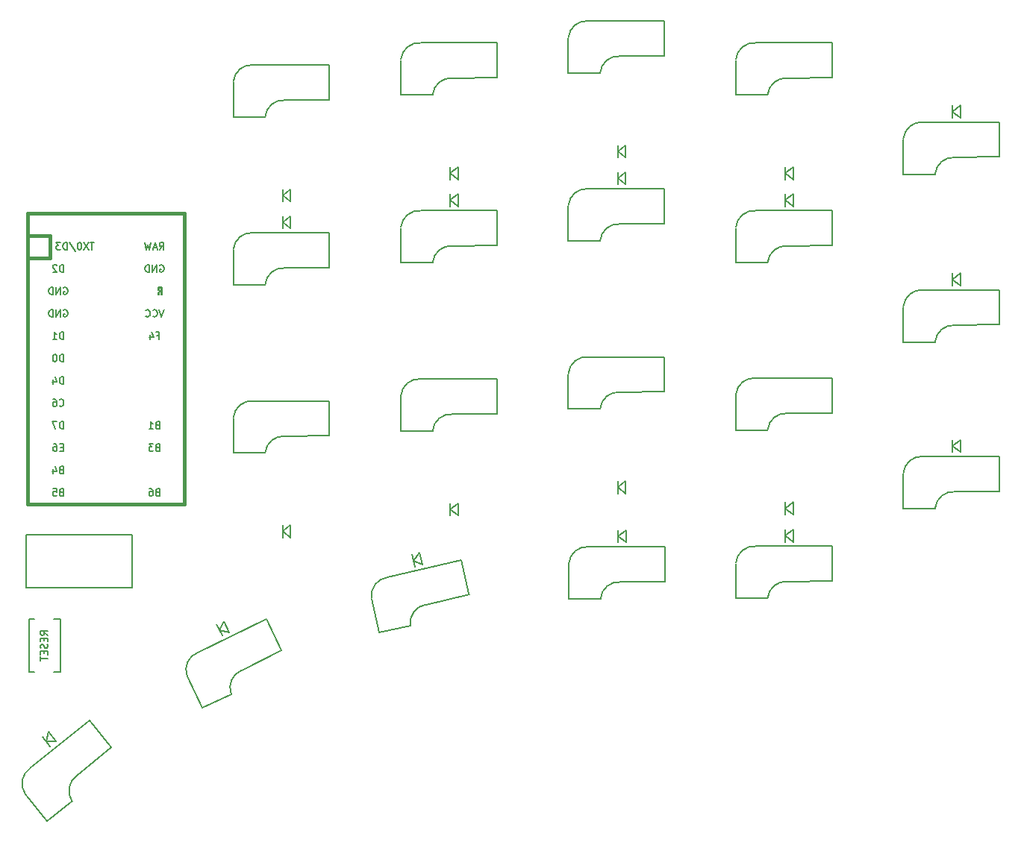
<source format=gbo>
G04 #@! TF.GenerationSoftware,KiCad,Pcbnew,5.1.8*
G04 #@! TF.CreationDate,2020-12-01T13:34:08+01:00*
G04 #@! TF.ProjectId,puggle,70756767-6c65-42e6-9b69-6361645f7063,rev?*
G04 #@! TF.SameCoordinates,Original*
G04 #@! TF.FileFunction,Legend,Bot*
G04 #@! TF.FilePolarity,Positive*
%FSLAX46Y46*%
G04 Gerber Fmt 4.6, Leading zero omitted, Abs format (unit mm)*
G04 Created by KiCad (PCBNEW 5.1.8) date 2020-12-01 13:34:08*
%MOMM*%
%LPD*%
G01*
G04 APERTURE LIST*
%ADD10C,0.150000*%
%ADD11C,0.381000*%
G04 APERTURE END LIST*
D10*
X94764000Y-106093000D02*
X94064000Y-106093000D01*
X91264000Y-106093000D02*
X91864000Y-106093000D01*
X91264000Y-112093000D02*
X91864000Y-112093000D01*
X94764000Y-112093000D02*
X94064000Y-112093000D01*
X91264000Y-112093000D02*
X91264000Y-106093000D01*
X94764000Y-106093000D02*
X94764000Y-112093000D01*
X94764000Y-106093000D02*
X94764000Y-111993000D01*
X90932000Y-102540000D02*
X90932000Y-96540000D01*
X90932000Y-96540000D02*
X102932000Y-96540000D01*
X102932000Y-96540000D02*
X102932000Y-102540000D01*
X102932000Y-102540000D02*
X90932000Y-102540000D01*
D11*
X93650000Y-65087500D02*
X91110000Y-65087500D01*
X93650000Y-62547500D02*
X93650000Y-65087500D01*
D10*
G36*
X106044635Y-68836530D02*
G01*
X106044635Y-68936530D01*
X106144635Y-68936530D01*
X106144635Y-68836530D01*
X106044635Y-68836530D01*
G37*
X106044635Y-68836530D02*
X106044635Y-68936530D01*
X106144635Y-68936530D01*
X106144635Y-68836530D01*
X106044635Y-68836530D01*
G36*
X106244635Y-68436530D02*
G01*
X106244635Y-69236530D01*
X106344635Y-69236530D01*
X106344635Y-68436530D01*
X106244635Y-68436530D01*
G37*
X106244635Y-68436530D02*
X106244635Y-69236530D01*
X106344635Y-69236530D01*
X106344635Y-68436530D01*
X106244635Y-68436530D01*
G36*
X105844635Y-69036530D02*
G01*
X105844635Y-69236530D01*
X105944635Y-69236530D01*
X105944635Y-69036530D01*
X105844635Y-69036530D01*
G37*
X105844635Y-69036530D02*
X105844635Y-69236530D01*
X105944635Y-69236530D01*
X105944635Y-69036530D01*
X105844635Y-69036530D01*
G36*
X105844635Y-68436530D02*
G01*
X105844635Y-68736530D01*
X105944635Y-68736530D01*
X105944635Y-68436530D01*
X105844635Y-68436530D01*
G37*
X105844635Y-68436530D02*
X105844635Y-68736530D01*
X105944635Y-68736530D01*
X105944635Y-68436530D01*
X105844635Y-68436530D01*
G36*
X105844635Y-68436530D02*
G01*
X105844635Y-68536530D01*
X106344635Y-68536530D01*
X106344635Y-68436530D01*
X105844635Y-68436530D01*
G37*
X105844635Y-68436530D02*
X105844635Y-68536530D01*
X106344635Y-68536530D01*
X106344635Y-68436530D01*
X105844635Y-68436530D01*
D11*
X108890000Y-93027500D02*
X108890000Y-60007500D01*
X91110000Y-93027500D02*
X108890000Y-93027500D01*
X91110000Y-60007500D02*
X91110000Y-93027500D01*
X108890000Y-60007500D02*
X91110000Y-60007500D01*
X93650000Y-62547500D02*
X91110000Y-62547500D01*
D10*
X171400000Y-103754000D02*
X175010000Y-103754000D01*
X171400000Y-99800000D02*
X171400000Y-103745000D01*
X182300000Y-97846000D02*
X173675000Y-97846000D01*
X182300000Y-101754000D02*
X182300000Y-97846000D01*
X182300000Y-101800000D02*
X177250000Y-101846000D01*
X175015001Y-103729999D02*
G75*
G02*
X177275000Y-101850000I2069999J-190000D01*
G01*
X171411000Y-99730000D02*
G75*
G02*
X173675000Y-97846000I2074000J-190000D01*
G01*
X163350000Y-101850000D02*
X158300000Y-101896000D01*
X163350000Y-101804000D02*
X163350000Y-97896000D01*
X163350000Y-97896000D02*
X154725000Y-97896000D01*
X152450000Y-99850000D02*
X152450000Y-103795000D01*
X152450000Y-103804000D02*
X156060000Y-103804000D01*
X152461000Y-99780000D02*
G75*
G02*
X154725000Y-97896000I2074000J-190000D01*
G01*
X156065001Y-103779999D02*
G75*
G02*
X158325000Y-101900000I2069999J-190000D01*
G01*
X130978198Y-107640417D02*
X134495674Y-106828344D01*
X130088742Y-103787758D02*
X130976174Y-107631648D01*
X140269821Y-99431872D02*
X131865880Y-101372075D01*
X141148930Y-103239710D02*
X140269821Y-99431872D01*
X141159278Y-103284531D02*
X136249057Y-104465355D01*
X134495148Y-106803833D02*
G75*
G02*
X136274316Y-104463629I2059686J280518D01*
G01*
X130083714Y-103717077D02*
G75*
G02*
X131865880Y-101372075I2063584J281418D01*
G01*
X110919724Y-116208612D02*
X114164370Y-114626092D01*
X109186404Y-112654780D02*
X110915778Y-116200522D01*
X118126682Y-106120291D02*
X110374583Y-109901242D01*
X119839837Y-109632778D02*
X118126682Y-106120291D01*
X119860002Y-109674122D02*
X115341257Y-111929241D01*
X114158344Y-114602327D02*
G75*
G02*
X115365480Y-111921877I1943793J736657D01*
G01*
X109165605Y-112587042D02*
G75*
G02*
X110374583Y-109901242I1947389J738411D01*
G01*
X93302772Y-129069379D02*
X96108268Y-126797532D01*
X90814439Y-125996543D02*
X93297108Y-129062384D01*
X98055638Y-117618408D02*
X91352754Y-123046296D01*
X100515022Y-120655494D02*
X98055638Y-117618408D01*
X100543971Y-120691243D02*
X96648332Y-123905060D01*
X96097050Y-126775733D02*
G75*
G02*
X96670278Y-123892435I1728263J1155035D01*
G01*
X90778935Y-125935221D02*
G75*
G02*
X91352754Y-123046296I1731372J1157553D01*
G01*
X190400000Y-93554000D02*
X194010000Y-93554000D01*
X190400000Y-89600000D02*
X190400000Y-93545000D01*
X201300000Y-87646000D02*
X192675000Y-87646000D01*
X201300000Y-91554000D02*
X201300000Y-87646000D01*
X201300000Y-91600000D02*
X196250000Y-91646000D01*
X194015001Y-93529999D02*
G75*
G02*
X196275000Y-91650000I2069999J-190000D01*
G01*
X190411000Y-89530000D02*
G75*
G02*
X192675000Y-87646000I2074000J-190000D01*
G01*
X171400000Y-84654000D02*
X175010000Y-84654000D01*
X171400000Y-80700000D02*
X171400000Y-84645000D01*
X182300000Y-78746000D02*
X173675000Y-78746000D01*
X182300000Y-82654000D02*
X182300000Y-78746000D01*
X182300000Y-82700000D02*
X177250000Y-82746000D01*
X175015001Y-84629999D02*
G75*
G02*
X177275000Y-82750000I2069999J-190000D01*
G01*
X171411000Y-80630000D02*
G75*
G02*
X173675000Y-78746000I2074000J-190000D01*
G01*
X152400000Y-82254000D02*
X156010000Y-82254000D01*
X152400000Y-78300000D02*
X152400000Y-82245000D01*
X163300000Y-76346000D02*
X154675000Y-76346000D01*
X163300000Y-80254000D02*
X163300000Y-76346000D01*
X163300000Y-80300000D02*
X158250000Y-80346000D01*
X156015001Y-82229999D02*
G75*
G02*
X158275000Y-80350000I2069999J-190000D01*
G01*
X152411000Y-78230000D02*
G75*
G02*
X154675000Y-76346000I2074000J-190000D01*
G01*
X133400000Y-84754000D02*
X137010000Y-84754000D01*
X133400000Y-80800000D02*
X133400000Y-84745000D01*
X144300000Y-78846000D02*
X135675000Y-78846000D01*
X144300000Y-82754000D02*
X144300000Y-78846000D01*
X144300000Y-82800000D02*
X139250000Y-82846000D01*
X137015001Y-84729999D02*
G75*
G02*
X139275000Y-82850000I2069999J-190000D01*
G01*
X133411000Y-80730000D02*
G75*
G02*
X135675000Y-78846000I2074000J-190000D01*
G01*
X114400000Y-87254000D02*
X118010000Y-87254000D01*
X114400000Y-83300000D02*
X114400000Y-87245000D01*
X125300000Y-81346000D02*
X116675000Y-81346000D01*
X125300000Y-85254000D02*
X125300000Y-81346000D01*
X125300000Y-85300000D02*
X120250000Y-85346000D01*
X118015001Y-87229999D02*
G75*
G02*
X120275000Y-85350000I2069999J-190000D01*
G01*
X114411000Y-83230000D02*
G75*
G02*
X116675000Y-81346000I2074000J-190000D01*
G01*
X190400000Y-74654000D02*
X194010000Y-74654000D01*
X190400000Y-70700000D02*
X190400000Y-74645000D01*
X201300000Y-68746000D02*
X192675000Y-68746000D01*
X201300000Y-72654000D02*
X201300000Y-68746000D01*
X201300000Y-72700000D02*
X196250000Y-72746000D01*
X194015001Y-74629999D02*
G75*
G02*
X196275000Y-72750000I2069999J-190000D01*
G01*
X190411000Y-70630000D02*
G75*
G02*
X192675000Y-68746000I2074000J-190000D01*
G01*
X171400000Y-65654000D02*
X175010000Y-65654000D01*
X171400000Y-61700000D02*
X171400000Y-65645000D01*
X182300000Y-59746000D02*
X173675000Y-59746000D01*
X182300000Y-63654000D02*
X182300000Y-59746000D01*
X182300000Y-63700000D02*
X177250000Y-63746000D01*
X175015001Y-65629999D02*
G75*
G02*
X177275000Y-63750000I2069999J-190000D01*
G01*
X171411000Y-61630000D02*
G75*
G02*
X173675000Y-59746000I2074000J-190000D01*
G01*
X152400000Y-63164000D02*
X156010000Y-63164000D01*
X152400000Y-59210000D02*
X152400000Y-63155000D01*
X163300000Y-57256000D02*
X154675000Y-57256000D01*
X163300000Y-61164000D02*
X163300000Y-57256000D01*
X163300000Y-61210000D02*
X158250000Y-61256000D01*
X156015001Y-63139999D02*
G75*
G02*
X158275000Y-61260000I2069999J-190000D01*
G01*
X152411000Y-59140000D02*
G75*
G02*
X154675000Y-57256000I2074000J-190000D01*
G01*
X133400000Y-65654000D02*
X137010000Y-65654000D01*
X133400000Y-61700000D02*
X133400000Y-65645000D01*
X144300000Y-59746000D02*
X135675000Y-59746000D01*
X144300000Y-63654000D02*
X144300000Y-59746000D01*
X144300000Y-63700000D02*
X139250000Y-63746000D01*
X137015001Y-65629999D02*
G75*
G02*
X139275000Y-63750000I2069999J-190000D01*
G01*
X133411000Y-61630000D02*
G75*
G02*
X135675000Y-59746000I2074000J-190000D01*
G01*
X114400000Y-68154000D02*
X118010000Y-68154000D01*
X114400000Y-64200000D02*
X114400000Y-68145000D01*
X125300000Y-62246000D02*
X116675000Y-62246000D01*
X125300000Y-66154000D02*
X125300000Y-62246000D01*
X125300000Y-66200000D02*
X120250000Y-66246000D01*
X118015001Y-68129999D02*
G75*
G02*
X120275000Y-66250000I2069999J-190000D01*
G01*
X114411000Y-64130000D02*
G75*
G02*
X116675000Y-62246000I2074000J-190000D01*
G01*
X190400000Y-55604000D02*
X194010000Y-55604000D01*
X190400000Y-51650000D02*
X190400000Y-55595000D01*
X201300000Y-49696000D02*
X192675000Y-49696000D01*
X201300000Y-53604000D02*
X201300000Y-49696000D01*
X201300000Y-53650000D02*
X196250000Y-53696000D01*
X194015001Y-55579999D02*
G75*
G02*
X196275000Y-53700000I2069999J-190000D01*
G01*
X190411000Y-51580000D02*
G75*
G02*
X192675000Y-49696000I2074000J-190000D01*
G01*
X171400000Y-46604000D02*
X175010000Y-46604000D01*
X171400000Y-42650000D02*
X171400000Y-46595000D01*
X182300000Y-40696000D02*
X173675000Y-40696000D01*
X182300000Y-44604000D02*
X182300000Y-40696000D01*
X182300000Y-44650000D02*
X177250000Y-44696000D01*
X175015001Y-46579999D02*
G75*
G02*
X177275000Y-44700000I2069999J-190000D01*
G01*
X171411000Y-42580000D02*
G75*
G02*
X173675000Y-40696000I2074000J-190000D01*
G01*
X152400000Y-44114000D02*
X156010000Y-44114000D01*
X152400000Y-40160000D02*
X152400000Y-44105000D01*
X163300000Y-38206000D02*
X154675000Y-38206000D01*
X163300000Y-42114000D02*
X163300000Y-38206000D01*
X163300000Y-42160000D02*
X158250000Y-42206000D01*
X156015001Y-44089999D02*
G75*
G02*
X158275000Y-42210000I2069999J-190000D01*
G01*
X152411000Y-40090000D02*
G75*
G02*
X154675000Y-38206000I2074000J-190000D01*
G01*
X133400000Y-46604000D02*
X137010000Y-46604000D01*
X133400000Y-42650000D02*
X133400000Y-46595000D01*
X144300000Y-40696000D02*
X135675000Y-40696000D01*
X144300000Y-44604000D02*
X144300000Y-40696000D01*
X144300000Y-44650000D02*
X139250000Y-44696000D01*
X137015001Y-46579999D02*
G75*
G02*
X139275000Y-44700000I2069999J-190000D01*
G01*
X133411000Y-42580000D02*
G75*
G02*
X135675000Y-40696000I2074000J-190000D01*
G01*
X114400000Y-49104000D02*
X118010000Y-49104000D01*
X114400000Y-45150000D02*
X114400000Y-49095000D01*
X125300000Y-43196000D02*
X116675000Y-43196000D01*
X125300000Y-47104000D02*
X125300000Y-43196000D01*
X125300000Y-47150000D02*
X120250000Y-47196000D01*
X118015001Y-49079999D02*
G75*
G02*
X120275000Y-47200000I2069999J-190000D01*
G01*
X114411000Y-45080000D02*
G75*
G02*
X116675000Y-43196000I2074000J-190000D01*
G01*
X177000000Y-96650000D02*
X177900000Y-95950000D01*
X177900000Y-95950000D02*
X177900000Y-97350000D01*
X177900000Y-97350000D02*
X177000000Y-96650000D01*
X177000000Y-95950000D02*
X177000000Y-97350000D01*
X158050000Y-96000000D02*
X158050000Y-97400000D01*
X158950000Y-97400000D02*
X158050000Y-96700000D01*
X158950000Y-96000000D02*
X158950000Y-97400000D01*
X158050000Y-96700000D02*
X158950000Y-96000000D01*
X134836619Y-99458767D02*
X135556086Y-98574252D01*
X135556086Y-98574252D02*
X135871018Y-99938370D01*
X135871018Y-99938370D02*
X134836619Y-99458767D01*
X134679153Y-98776707D02*
X134994085Y-100140826D01*
X112838782Y-107368701D02*
X113340837Y-106345011D01*
X113340837Y-106345011D02*
X113954556Y-107603322D01*
X113954556Y-107603322D02*
X112838782Y-107368701D01*
X112531922Y-106739545D02*
X113145642Y-107997856D01*
X93184097Y-120024339D02*
X93443004Y-118913949D01*
X93443004Y-118913949D02*
X94324053Y-120001953D01*
X94324053Y-120001953D02*
X93184097Y-120024339D01*
X92743573Y-119480337D02*
X93624621Y-120568341D01*
X196000000Y-86450000D02*
X196900000Y-85750000D01*
X196900000Y-85750000D02*
X196900000Y-87150000D01*
X196900000Y-87150000D02*
X196000000Y-86450000D01*
X196000000Y-85750000D02*
X196000000Y-87150000D01*
X177000000Y-93550000D02*
X177900000Y-92850000D01*
X177900000Y-92850000D02*
X177900000Y-94250000D01*
X177900000Y-94250000D02*
X177000000Y-93550000D01*
X177000000Y-92850000D02*
X177000000Y-94250000D01*
X158000000Y-91150000D02*
X158900000Y-90450000D01*
X158900000Y-90450000D02*
X158900000Y-91850000D01*
X158900000Y-91850000D02*
X158000000Y-91150000D01*
X158000000Y-90450000D02*
X158000000Y-91850000D01*
X139000000Y-93650000D02*
X139900000Y-92950000D01*
X139900000Y-92950000D02*
X139900000Y-94350000D01*
X139900000Y-94350000D02*
X139000000Y-93650000D01*
X139000000Y-92950000D02*
X139000000Y-94350000D01*
X120000000Y-96150000D02*
X120900000Y-95450000D01*
X120900000Y-95450000D02*
X120900000Y-96850000D01*
X120900000Y-96850000D02*
X120000000Y-96150000D01*
X120000000Y-95450000D02*
X120000000Y-96850000D01*
X196000000Y-67550000D02*
X196900000Y-66850000D01*
X196900000Y-66850000D02*
X196900000Y-68250000D01*
X196900000Y-68250000D02*
X196000000Y-67550000D01*
X196000000Y-66850000D02*
X196000000Y-68250000D01*
X177000000Y-58550000D02*
X177900000Y-57850000D01*
X177900000Y-57850000D02*
X177900000Y-59250000D01*
X177900000Y-59250000D02*
X177000000Y-58550000D01*
X177000000Y-57850000D02*
X177000000Y-59250000D01*
X158000000Y-56060000D02*
X158900000Y-55360000D01*
X158900000Y-55360000D02*
X158900000Y-56760000D01*
X158900000Y-56760000D02*
X158000000Y-56060000D01*
X158000000Y-55360000D02*
X158000000Y-56760000D01*
X139000000Y-58550000D02*
X139900000Y-57850000D01*
X139900000Y-57850000D02*
X139900000Y-59250000D01*
X139900000Y-59250000D02*
X139000000Y-58550000D01*
X139000000Y-57850000D02*
X139000000Y-59250000D01*
X120000000Y-61050000D02*
X120900000Y-60350000D01*
X120900000Y-60350000D02*
X120900000Y-61750000D01*
X120900000Y-61750000D02*
X120000000Y-61050000D01*
X120000000Y-60350000D02*
X120000000Y-61750000D01*
X196000000Y-48500000D02*
X196900000Y-47800000D01*
X196900000Y-47800000D02*
X196900000Y-49200000D01*
X196900000Y-49200000D02*
X196000000Y-48500000D01*
X196000000Y-47800000D02*
X196000000Y-49200000D01*
X177000000Y-55500000D02*
X177900000Y-54800000D01*
X177900000Y-54800000D02*
X177900000Y-56200000D01*
X177900000Y-56200000D02*
X177000000Y-55500000D01*
X177000000Y-54800000D02*
X177000000Y-56200000D01*
X158000000Y-53010000D02*
X158900000Y-52310000D01*
X158900000Y-52310000D02*
X158900000Y-53710000D01*
X158900000Y-53710000D02*
X158000000Y-53010000D01*
X158000000Y-52310000D02*
X158000000Y-53710000D01*
X139000000Y-55500000D02*
X139900000Y-54800000D01*
X139900000Y-54800000D02*
X139900000Y-56200000D01*
X139900000Y-56200000D02*
X139000000Y-55500000D01*
X139000000Y-54800000D02*
X139000000Y-56200000D01*
X120000000Y-58000000D02*
X120900000Y-57300000D01*
X120900000Y-57300000D02*
X120900000Y-58700000D01*
X120900000Y-58700000D02*
X120000000Y-58000000D01*
X120000000Y-57300000D02*
X120000000Y-58700000D01*
X93325904Y-107931095D02*
X92944952Y-107664428D01*
X93325904Y-107473952D02*
X92525904Y-107473952D01*
X92525904Y-107778714D01*
X92564000Y-107854904D01*
X92602095Y-107893000D01*
X92678285Y-107931095D01*
X92792571Y-107931095D01*
X92868761Y-107893000D01*
X92906857Y-107854904D01*
X92944952Y-107778714D01*
X92944952Y-107473952D01*
X92906857Y-108273952D02*
X92906857Y-108540619D01*
X93325904Y-108654904D02*
X93325904Y-108273952D01*
X92525904Y-108273952D01*
X92525904Y-108654904D01*
X93287809Y-108959666D02*
X93325904Y-109073952D01*
X93325904Y-109264428D01*
X93287809Y-109340619D01*
X93249714Y-109378714D01*
X93173523Y-109416809D01*
X93097333Y-109416809D01*
X93021142Y-109378714D01*
X92983047Y-109340619D01*
X92944952Y-109264428D01*
X92906857Y-109112047D01*
X92868761Y-109035857D01*
X92830666Y-108997761D01*
X92754476Y-108959666D01*
X92678285Y-108959666D01*
X92602095Y-108997761D01*
X92564000Y-109035857D01*
X92525904Y-109112047D01*
X92525904Y-109302523D01*
X92564000Y-109416809D01*
X92906857Y-109759666D02*
X92906857Y-110026333D01*
X93325904Y-110140619D02*
X93325904Y-109759666D01*
X92525904Y-109759666D01*
X92525904Y-110140619D01*
X92525904Y-110369190D02*
X92525904Y-110826333D01*
X93325904Y-110597761D02*
X92525904Y-110597761D01*
X98618604Y-63379404D02*
X98161461Y-63379404D01*
X98390032Y-64179404D02*
X98390032Y-63379404D01*
X97970985Y-63379404D02*
X97437651Y-64179404D01*
X97437651Y-63379404D02*
X97970985Y-64179404D01*
X96980508Y-63379404D02*
X96904318Y-63379404D01*
X96828128Y-63417500D01*
X96790032Y-63455595D01*
X96751937Y-63531785D01*
X96713842Y-63684166D01*
X96713842Y-63874642D01*
X96751937Y-64027023D01*
X96790032Y-64103214D01*
X96828128Y-64141309D01*
X96904318Y-64179404D01*
X96980508Y-64179404D01*
X97056699Y-64141309D01*
X97094794Y-64103214D01*
X97132889Y-64027023D01*
X97170985Y-63874642D01*
X97170985Y-63684166D01*
X97132889Y-63531785D01*
X97094794Y-63455595D01*
X97056699Y-63417500D01*
X96980508Y-63379404D01*
X95799556Y-63341309D02*
X96485270Y-64369880D01*
X95532889Y-64179404D02*
X95532889Y-63379404D01*
X95342413Y-63379404D01*
X95228128Y-63417500D01*
X95151937Y-63493690D01*
X95113842Y-63569880D01*
X95075747Y-63722261D01*
X95075747Y-63836547D01*
X95113842Y-63988928D01*
X95151937Y-64065119D01*
X95228128Y-64141309D01*
X95342413Y-64179404D01*
X95532889Y-64179404D01*
X94809080Y-63379404D02*
X94313842Y-63379404D01*
X94580508Y-63684166D01*
X94466223Y-63684166D01*
X94390032Y-63722261D01*
X94351937Y-63760357D01*
X94313842Y-63836547D01*
X94313842Y-64027023D01*
X94351937Y-64103214D01*
X94390032Y-64141309D01*
X94466223Y-64179404D01*
X94694794Y-64179404D01*
X94770985Y-64141309D01*
X94809080Y-64103214D01*
X98618604Y-63379404D02*
X98161461Y-63379404D01*
X98390032Y-64179404D02*
X98390032Y-63379404D01*
X97970985Y-63379404D02*
X97437651Y-64179404D01*
X97437651Y-63379404D02*
X97970985Y-64179404D01*
X96980508Y-63379404D02*
X96904318Y-63379404D01*
X96828128Y-63417500D01*
X96790032Y-63455595D01*
X96751937Y-63531785D01*
X96713842Y-63684166D01*
X96713842Y-63874642D01*
X96751937Y-64027023D01*
X96790032Y-64103214D01*
X96828128Y-64141309D01*
X96904318Y-64179404D01*
X96980508Y-64179404D01*
X97056699Y-64141309D01*
X97094794Y-64103214D01*
X97132889Y-64027023D01*
X97170985Y-63874642D01*
X97170985Y-63684166D01*
X97132889Y-63531785D01*
X97094794Y-63455595D01*
X97056699Y-63417500D01*
X96980508Y-63379404D01*
X95799556Y-63341309D02*
X96485270Y-64369880D01*
X95532889Y-64179404D02*
X95532889Y-63379404D01*
X95342413Y-63379404D01*
X95228128Y-63417500D01*
X95151937Y-63493690D01*
X95113842Y-63569880D01*
X95075747Y-63722261D01*
X95075747Y-63836547D01*
X95113842Y-63988928D01*
X95151937Y-64065119D01*
X95228128Y-64141309D01*
X95342413Y-64179404D01*
X95532889Y-64179404D01*
X94809080Y-63379404D02*
X94313842Y-63379404D01*
X94580508Y-63684166D01*
X94466223Y-63684166D01*
X94390032Y-63722261D01*
X94351937Y-63760357D01*
X94313842Y-63836547D01*
X94313842Y-64027023D01*
X94351937Y-64103214D01*
X94390032Y-64141309D01*
X94466223Y-64179404D01*
X94694794Y-64179404D01*
X94770985Y-64141309D01*
X94809080Y-64103214D01*
X95129476Y-66719404D02*
X95129476Y-65919404D01*
X94939000Y-65919404D01*
X94824714Y-65957500D01*
X94748523Y-66033690D01*
X94710428Y-66109880D01*
X94672333Y-66262261D01*
X94672333Y-66376547D01*
X94710428Y-66528928D01*
X94748523Y-66605119D01*
X94824714Y-66681309D01*
X94939000Y-66719404D01*
X95129476Y-66719404D01*
X94367571Y-65995595D02*
X94329476Y-65957500D01*
X94253285Y-65919404D01*
X94062809Y-65919404D01*
X93986619Y-65957500D01*
X93948523Y-65995595D01*
X93910428Y-66071785D01*
X93910428Y-66147976D01*
X93948523Y-66262261D01*
X94405666Y-66719404D01*
X93910428Y-66719404D01*
X95129476Y-76879404D02*
X95129476Y-76079404D01*
X94939000Y-76079404D01*
X94824714Y-76117500D01*
X94748523Y-76193690D01*
X94710428Y-76269880D01*
X94672333Y-76422261D01*
X94672333Y-76536547D01*
X94710428Y-76688928D01*
X94748523Y-76765119D01*
X94824714Y-76841309D01*
X94939000Y-76879404D01*
X95129476Y-76879404D01*
X94177095Y-76079404D02*
X94100904Y-76079404D01*
X94024714Y-76117500D01*
X93986619Y-76155595D01*
X93948523Y-76231785D01*
X93910428Y-76384166D01*
X93910428Y-76574642D01*
X93948523Y-76727023D01*
X93986619Y-76803214D01*
X94024714Y-76841309D01*
X94100904Y-76879404D01*
X94177095Y-76879404D01*
X94253285Y-76841309D01*
X94291380Y-76803214D01*
X94329476Y-76727023D01*
X94367571Y-76574642D01*
X94367571Y-76384166D01*
X94329476Y-76231785D01*
X94291380Y-76155595D01*
X94253285Y-76117500D01*
X94177095Y-76079404D01*
X95129476Y-74339404D02*
X95129476Y-73539404D01*
X94939000Y-73539404D01*
X94824714Y-73577500D01*
X94748523Y-73653690D01*
X94710428Y-73729880D01*
X94672333Y-73882261D01*
X94672333Y-73996547D01*
X94710428Y-74148928D01*
X94748523Y-74225119D01*
X94824714Y-74301309D01*
X94939000Y-74339404D01*
X95129476Y-74339404D01*
X93910428Y-74339404D02*
X94367571Y-74339404D01*
X94139000Y-74339404D02*
X94139000Y-73539404D01*
X94215190Y-73653690D01*
X94291380Y-73729880D01*
X94367571Y-73767976D01*
X95148523Y-71037500D02*
X95224714Y-70999404D01*
X95339000Y-70999404D01*
X95453285Y-71037500D01*
X95529476Y-71113690D01*
X95567571Y-71189880D01*
X95605666Y-71342261D01*
X95605666Y-71456547D01*
X95567571Y-71608928D01*
X95529476Y-71685119D01*
X95453285Y-71761309D01*
X95339000Y-71799404D01*
X95262809Y-71799404D01*
X95148523Y-71761309D01*
X95110428Y-71723214D01*
X95110428Y-71456547D01*
X95262809Y-71456547D01*
X94767571Y-71799404D02*
X94767571Y-70999404D01*
X94310428Y-71799404D01*
X94310428Y-70999404D01*
X93929476Y-71799404D02*
X93929476Y-70999404D01*
X93739000Y-70999404D01*
X93624714Y-71037500D01*
X93548523Y-71113690D01*
X93510428Y-71189880D01*
X93472333Y-71342261D01*
X93472333Y-71456547D01*
X93510428Y-71608928D01*
X93548523Y-71685119D01*
X93624714Y-71761309D01*
X93739000Y-71799404D01*
X93929476Y-71799404D01*
X95129476Y-79419404D02*
X95129476Y-78619404D01*
X94939000Y-78619404D01*
X94824714Y-78657500D01*
X94748523Y-78733690D01*
X94710428Y-78809880D01*
X94672333Y-78962261D01*
X94672333Y-79076547D01*
X94710428Y-79228928D01*
X94748523Y-79305119D01*
X94824714Y-79381309D01*
X94939000Y-79419404D01*
X95129476Y-79419404D01*
X93986619Y-78886071D02*
X93986619Y-79419404D01*
X94177095Y-78581309D02*
X94367571Y-79152738D01*
X93872333Y-79152738D01*
X94672333Y-81883214D02*
X94710428Y-81921309D01*
X94824714Y-81959404D01*
X94900904Y-81959404D01*
X95015190Y-81921309D01*
X95091380Y-81845119D01*
X95129476Y-81768928D01*
X95167571Y-81616547D01*
X95167571Y-81502261D01*
X95129476Y-81349880D01*
X95091380Y-81273690D01*
X95015190Y-81197500D01*
X94900904Y-81159404D01*
X94824714Y-81159404D01*
X94710428Y-81197500D01*
X94672333Y-81235595D01*
X93986619Y-81159404D02*
X94139000Y-81159404D01*
X94215190Y-81197500D01*
X94253285Y-81235595D01*
X94329476Y-81349880D01*
X94367571Y-81502261D01*
X94367571Y-81807023D01*
X94329476Y-81883214D01*
X94291380Y-81921309D01*
X94215190Y-81959404D01*
X94062809Y-81959404D01*
X93986619Y-81921309D01*
X93948523Y-81883214D01*
X93910428Y-81807023D01*
X93910428Y-81616547D01*
X93948523Y-81540357D01*
X93986619Y-81502261D01*
X94062809Y-81464166D01*
X94215190Y-81464166D01*
X94291380Y-81502261D01*
X94329476Y-81540357D01*
X94367571Y-81616547D01*
X95129476Y-84499404D02*
X95129476Y-83699404D01*
X94939000Y-83699404D01*
X94824714Y-83737500D01*
X94748523Y-83813690D01*
X94710428Y-83889880D01*
X94672333Y-84042261D01*
X94672333Y-84156547D01*
X94710428Y-84308928D01*
X94748523Y-84385119D01*
X94824714Y-84461309D01*
X94939000Y-84499404D01*
X95129476Y-84499404D01*
X94405666Y-83699404D02*
X93872333Y-83699404D01*
X94215190Y-84499404D01*
X95091380Y-86620357D02*
X94824714Y-86620357D01*
X94710428Y-87039404D02*
X95091380Y-87039404D01*
X95091380Y-86239404D01*
X94710428Y-86239404D01*
X94024714Y-86239404D02*
X94177095Y-86239404D01*
X94253285Y-86277500D01*
X94291380Y-86315595D01*
X94367571Y-86429880D01*
X94405666Y-86582261D01*
X94405666Y-86887023D01*
X94367571Y-86963214D01*
X94329476Y-87001309D01*
X94253285Y-87039404D01*
X94100904Y-87039404D01*
X94024714Y-87001309D01*
X93986619Y-86963214D01*
X93948523Y-86887023D01*
X93948523Y-86696547D01*
X93986619Y-86620357D01*
X94024714Y-86582261D01*
X94100904Y-86544166D01*
X94253285Y-86544166D01*
X94329476Y-86582261D01*
X94367571Y-86620357D01*
X94405666Y-86696547D01*
X94862809Y-89160357D02*
X94748523Y-89198452D01*
X94710428Y-89236547D01*
X94672333Y-89312738D01*
X94672333Y-89427023D01*
X94710428Y-89503214D01*
X94748523Y-89541309D01*
X94824714Y-89579404D01*
X95129476Y-89579404D01*
X95129476Y-88779404D01*
X94862809Y-88779404D01*
X94786619Y-88817500D01*
X94748523Y-88855595D01*
X94710428Y-88931785D01*
X94710428Y-89007976D01*
X94748523Y-89084166D01*
X94786619Y-89122261D01*
X94862809Y-89160357D01*
X95129476Y-89160357D01*
X93986619Y-89046071D02*
X93986619Y-89579404D01*
X94177095Y-88741309D02*
X94367571Y-89312738D01*
X93872333Y-89312738D01*
X94862809Y-91700357D02*
X94748523Y-91738452D01*
X94710428Y-91776547D01*
X94672333Y-91852738D01*
X94672333Y-91967023D01*
X94710428Y-92043214D01*
X94748523Y-92081309D01*
X94824714Y-92119404D01*
X95129476Y-92119404D01*
X95129476Y-91319404D01*
X94862809Y-91319404D01*
X94786619Y-91357500D01*
X94748523Y-91395595D01*
X94710428Y-91471785D01*
X94710428Y-91547976D01*
X94748523Y-91624166D01*
X94786619Y-91662261D01*
X94862809Y-91700357D01*
X95129476Y-91700357D01*
X93948523Y-91319404D02*
X94329476Y-91319404D01*
X94367571Y-91700357D01*
X94329476Y-91662261D01*
X94253285Y-91624166D01*
X94062809Y-91624166D01*
X93986619Y-91662261D01*
X93948523Y-91700357D01*
X93910428Y-91776547D01*
X93910428Y-91967023D01*
X93948523Y-92043214D01*
X93986619Y-92081309D01*
X94062809Y-92119404D01*
X94253285Y-92119404D01*
X94329476Y-92081309D01*
X94367571Y-92043214D01*
X105784809Y-91700357D02*
X105670523Y-91738452D01*
X105632428Y-91776547D01*
X105594333Y-91852738D01*
X105594333Y-91967023D01*
X105632428Y-92043214D01*
X105670523Y-92081309D01*
X105746714Y-92119404D01*
X106051476Y-92119404D01*
X106051476Y-91319404D01*
X105784809Y-91319404D01*
X105708619Y-91357500D01*
X105670523Y-91395595D01*
X105632428Y-91471785D01*
X105632428Y-91547976D01*
X105670523Y-91624166D01*
X105708619Y-91662261D01*
X105784809Y-91700357D01*
X106051476Y-91700357D01*
X104908619Y-91319404D02*
X105061000Y-91319404D01*
X105137190Y-91357500D01*
X105175285Y-91395595D01*
X105251476Y-91509880D01*
X105289571Y-91662261D01*
X105289571Y-91967023D01*
X105251476Y-92043214D01*
X105213380Y-92081309D01*
X105137190Y-92119404D01*
X104984809Y-92119404D01*
X104908619Y-92081309D01*
X104870523Y-92043214D01*
X104832428Y-91967023D01*
X104832428Y-91776547D01*
X104870523Y-91700357D01*
X104908619Y-91662261D01*
X104984809Y-91624166D01*
X105137190Y-91624166D01*
X105213380Y-91662261D01*
X105251476Y-91700357D01*
X105289571Y-91776547D01*
X105784809Y-86620357D02*
X105670523Y-86658452D01*
X105632428Y-86696547D01*
X105594333Y-86772738D01*
X105594333Y-86887023D01*
X105632428Y-86963214D01*
X105670523Y-87001309D01*
X105746714Y-87039404D01*
X106051476Y-87039404D01*
X106051476Y-86239404D01*
X105784809Y-86239404D01*
X105708619Y-86277500D01*
X105670523Y-86315595D01*
X105632428Y-86391785D01*
X105632428Y-86467976D01*
X105670523Y-86544166D01*
X105708619Y-86582261D01*
X105784809Y-86620357D01*
X106051476Y-86620357D01*
X105327666Y-86239404D02*
X104832428Y-86239404D01*
X105099095Y-86544166D01*
X104984809Y-86544166D01*
X104908619Y-86582261D01*
X104870523Y-86620357D01*
X104832428Y-86696547D01*
X104832428Y-86887023D01*
X104870523Y-86963214D01*
X104908619Y-87001309D01*
X104984809Y-87039404D01*
X105213380Y-87039404D01*
X105289571Y-87001309D01*
X105327666Y-86963214D01*
X105784809Y-84080357D02*
X105670523Y-84118452D01*
X105632428Y-84156547D01*
X105594333Y-84232738D01*
X105594333Y-84347023D01*
X105632428Y-84423214D01*
X105670523Y-84461309D01*
X105746714Y-84499404D01*
X106051476Y-84499404D01*
X106051476Y-83699404D01*
X105784809Y-83699404D01*
X105708619Y-83737500D01*
X105670523Y-83775595D01*
X105632428Y-83851785D01*
X105632428Y-83927976D01*
X105670523Y-84004166D01*
X105708619Y-84042261D01*
X105784809Y-84080357D01*
X106051476Y-84080357D01*
X104832428Y-84499404D02*
X105289571Y-84499404D01*
X105061000Y-84499404D02*
X105061000Y-83699404D01*
X105137190Y-83813690D01*
X105213380Y-83889880D01*
X105289571Y-83927976D01*
X105727666Y-73920357D02*
X105994333Y-73920357D01*
X105994333Y-74339404D02*
X105994333Y-73539404D01*
X105613380Y-73539404D01*
X104965761Y-73806071D02*
X104965761Y-74339404D01*
X105156238Y-73501309D02*
X105346714Y-74072738D01*
X104851476Y-74072738D01*
X106527666Y-70999404D02*
X106261000Y-71799404D01*
X105994333Y-70999404D01*
X105270523Y-71723214D02*
X105308619Y-71761309D01*
X105422904Y-71799404D01*
X105499095Y-71799404D01*
X105613380Y-71761309D01*
X105689571Y-71685119D01*
X105727666Y-71608928D01*
X105765761Y-71456547D01*
X105765761Y-71342261D01*
X105727666Y-71189880D01*
X105689571Y-71113690D01*
X105613380Y-71037500D01*
X105499095Y-70999404D01*
X105422904Y-70999404D01*
X105308619Y-71037500D01*
X105270523Y-71075595D01*
X104470523Y-71723214D02*
X104508619Y-71761309D01*
X104622904Y-71799404D01*
X104699095Y-71799404D01*
X104813380Y-71761309D01*
X104889571Y-71685119D01*
X104927666Y-71608928D01*
X104965761Y-71456547D01*
X104965761Y-71342261D01*
X104927666Y-71189880D01*
X104889571Y-71113690D01*
X104813380Y-71037500D01*
X104699095Y-70999404D01*
X104622904Y-70999404D01*
X104508619Y-71037500D01*
X104470523Y-71075595D01*
X106013380Y-64179404D02*
X106280047Y-63798452D01*
X106470523Y-64179404D02*
X106470523Y-63379404D01*
X106165761Y-63379404D01*
X106089571Y-63417500D01*
X106051476Y-63455595D01*
X106013380Y-63531785D01*
X106013380Y-63646071D01*
X106051476Y-63722261D01*
X106089571Y-63760357D01*
X106165761Y-63798452D01*
X106470523Y-63798452D01*
X105708619Y-63950833D02*
X105327666Y-63950833D01*
X105784809Y-64179404D02*
X105518142Y-63379404D01*
X105251476Y-64179404D01*
X105061000Y-63379404D02*
X104870523Y-64179404D01*
X104718142Y-63607976D01*
X104565761Y-64179404D01*
X104375285Y-63379404D01*
X106013380Y-64179404D02*
X106280047Y-63798452D01*
X106470523Y-64179404D02*
X106470523Y-63379404D01*
X106165761Y-63379404D01*
X106089571Y-63417500D01*
X106051476Y-63455595D01*
X106013380Y-63531785D01*
X106013380Y-63646071D01*
X106051476Y-63722261D01*
X106089571Y-63760357D01*
X106165761Y-63798452D01*
X106470523Y-63798452D01*
X105708619Y-63950833D02*
X105327666Y-63950833D01*
X105784809Y-64179404D02*
X105518142Y-63379404D01*
X105251476Y-64179404D01*
X105061000Y-63379404D02*
X104870523Y-64179404D01*
X104718142Y-63607976D01*
X104565761Y-64179404D01*
X104375285Y-63379404D01*
X106070523Y-65957500D02*
X106146714Y-65919404D01*
X106261000Y-65919404D01*
X106375285Y-65957500D01*
X106451476Y-66033690D01*
X106489571Y-66109880D01*
X106527666Y-66262261D01*
X106527666Y-66376547D01*
X106489571Y-66528928D01*
X106451476Y-66605119D01*
X106375285Y-66681309D01*
X106261000Y-66719404D01*
X106184809Y-66719404D01*
X106070523Y-66681309D01*
X106032428Y-66643214D01*
X106032428Y-66376547D01*
X106184809Y-66376547D01*
X105689571Y-66719404D02*
X105689571Y-65919404D01*
X105232428Y-66719404D01*
X105232428Y-65919404D01*
X104851476Y-66719404D02*
X104851476Y-65919404D01*
X104661000Y-65919404D01*
X104546714Y-65957500D01*
X104470523Y-66033690D01*
X104432428Y-66109880D01*
X104394333Y-66262261D01*
X104394333Y-66376547D01*
X104432428Y-66528928D01*
X104470523Y-66605119D01*
X104546714Y-66681309D01*
X104661000Y-66719404D01*
X104851476Y-66719404D01*
X106527666Y-70999404D02*
X106261000Y-71799404D01*
X105994333Y-70999404D01*
X105270523Y-71723214D02*
X105308619Y-71761309D01*
X105422904Y-71799404D01*
X105499095Y-71799404D01*
X105613380Y-71761309D01*
X105689571Y-71685119D01*
X105727666Y-71608928D01*
X105765761Y-71456547D01*
X105765761Y-71342261D01*
X105727666Y-71189880D01*
X105689571Y-71113690D01*
X105613380Y-71037500D01*
X105499095Y-70999404D01*
X105422904Y-70999404D01*
X105308619Y-71037500D01*
X105270523Y-71075595D01*
X104470523Y-71723214D02*
X104508619Y-71761309D01*
X104622904Y-71799404D01*
X104699095Y-71799404D01*
X104813380Y-71761309D01*
X104889571Y-71685119D01*
X104927666Y-71608928D01*
X104965761Y-71456547D01*
X104965761Y-71342261D01*
X104927666Y-71189880D01*
X104889571Y-71113690D01*
X104813380Y-71037500D01*
X104699095Y-70999404D01*
X104622904Y-70999404D01*
X104508619Y-71037500D01*
X104470523Y-71075595D01*
X105727666Y-73920357D02*
X105994333Y-73920357D01*
X105994333Y-74339404D02*
X105994333Y-73539404D01*
X105613380Y-73539404D01*
X104965761Y-73806071D02*
X104965761Y-74339404D01*
X105156238Y-73501309D02*
X105346714Y-74072738D01*
X104851476Y-74072738D01*
X105784809Y-84080357D02*
X105670523Y-84118452D01*
X105632428Y-84156547D01*
X105594333Y-84232738D01*
X105594333Y-84347023D01*
X105632428Y-84423214D01*
X105670523Y-84461309D01*
X105746714Y-84499404D01*
X106051476Y-84499404D01*
X106051476Y-83699404D01*
X105784809Y-83699404D01*
X105708619Y-83737500D01*
X105670523Y-83775595D01*
X105632428Y-83851785D01*
X105632428Y-83927976D01*
X105670523Y-84004166D01*
X105708619Y-84042261D01*
X105784809Y-84080357D01*
X106051476Y-84080357D01*
X104832428Y-84499404D02*
X105289571Y-84499404D01*
X105061000Y-84499404D02*
X105061000Y-83699404D01*
X105137190Y-83813690D01*
X105213380Y-83889880D01*
X105289571Y-83927976D01*
X105784809Y-86620357D02*
X105670523Y-86658452D01*
X105632428Y-86696547D01*
X105594333Y-86772738D01*
X105594333Y-86887023D01*
X105632428Y-86963214D01*
X105670523Y-87001309D01*
X105746714Y-87039404D01*
X106051476Y-87039404D01*
X106051476Y-86239404D01*
X105784809Y-86239404D01*
X105708619Y-86277500D01*
X105670523Y-86315595D01*
X105632428Y-86391785D01*
X105632428Y-86467976D01*
X105670523Y-86544166D01*
X105708619Y-86582261D01*
X105784809Y-86620357D01*
X106051476Y-86620357D01*
X105327666Y-86239404D02*
X104832428Y-86239404D01*
X105099095Y-86544166D01*
X104984809Y-86544166D01*
X104908619Y-86582261D01*
X104870523Y-86620357D01*
X104832428Y-86696547D01*
X104832428Y-86887023D01*
X104870523Y-86963214D01*
X104908619Y-87001309D01*
X104984809Y-87039404D01*
X105213380Y-87039404D01*
X105289571Y-87001309D01*
X105327666Y-86963214D01*
X105784809Y-91700357D02*
X105670523Y-91738452D01*
X105632428Y-91776547D01*
X105594333Y-91852738D01*
X105594333Y-91967023D01*
X105632428Y-92043214D01*
X105670523Y-92081309D01*
X105746714Y-92119404D01*
X106051476Y-92119404D01*
X106051476Y-91319404D01*
X105784809Y-91319404D01*
X105708619Y-91357500D01*
X105670523Y-91395595D01*
X105632428Y-91471785D01*
X105632428Y-91547976D01*
X105670523Y-91624166D01*
X105708619Y-91662261D01*
X105784809Y-91700357D01*
X106051476Y-91700357D01*
X104908619Y-91319404D02*
X105061000Y-91319404D01*
X105137190Y-91357500D01*
X105175285Y-91395595D01*
X105251476Y-91509880D01*
X105289571Y-91662261D01*
X105289571Y-91967023D01*
X105251476Y-92043214D01*
X105213380Y-92081309D01*
X105137190Y-92119404D01*
X104984809Y-92119404D01*
X104908619Y-92081309D01*
X104870523Y-92043214D01*
X104832428Y-91967023D01*
X104832428Y-91776547D01*
X104870523Y-91700357D01*
X104908619Y-91662261D01*
X104984809Y-91624166D01*
X105137190Y-91624166D01*
X105213380Y-91662261D01*
X105251476Y-91700357D01*
X105289571Y-91776547D01*
X94862809Y-91700357D02*
X94748523Y-91738452D01*
X94710428Y-91776547D01*
X94672333Y-91852738D01*
X94672333Y-91967023D01*
X94710428Y-92043214D01*
X94748523Y-92081309D01*
X94824714Y-92119404D01*
X95129476Y-92119404D01*
X95129476Y-91319404D01*
X94862809Y-91319404D01*
X94786619Y-91357500D01*
X94748523Y-91395595D01*
X94710428Y-91471785D01*
X94710428Y-91547976D01*
X94748523Y-91624166D01*
X94786619Y-91662261D01*
X94862809Y-91700357D01*
X95129476Y-91700357D01*
X93948523Y-91319404D02*
X94329476Y-91319404D01*
X94367571Y-91700357D01*
X94329476Y-91662261D01*
X94253285Y-91624166D01*
X94062809Y-91624166D01*
X93986619Y-91662261D01*
X93948523Y-91700357D01*
X93910428Y-91776547D01*
X93910428Y-91967023D01*
X93948523Y-92043214D01*
X93986619Y-92081309D01*
X94062809Y-92119404D01*
X94253285Y-92119404D01*
X94329476Y-92081309D01*
X94367571Y-92043214D01*
X94862809Y-89160357D02*
X94748523Y-89198452D01*
X94710428Y-89236547D01*
X94672333Y-89312738D01*
X94672333Y-89427023D01*
X94710428Y-89503214D01*
X94748523Y-89541309D01*
X94824714Y-89579404D01*
X95129476Y-89579404D01*
X95129476Y-88779404D01*
X94862809Y-88779404D01*
X94786619Y-88817500D01*
X94748523Y-88855595D01*
X94710428Y-88931785D01*
X94710428Y-89007976D01*
X94748523Y-89084166D01*
X94786619Y-89122261D01*
X94862809Y-89160357D01*
X95129476Y-89160357D01*
X93986619Y-89046071D02*
X93986619Y-89579404D01*
X94177095Y-88741309D02*
X94367571Y-89312738D01*
X93872333Y-89312738D01*
X95091380Y-86620357D02*
X94824714Y-86620357D01*
X94710428Y-87039404D02*
X95091380Y-87039404D01*
X95091380Y-86239404D01*
X94710428Y-86239404D01*
X94024714Y-86239404D02*
X94177095Y-86239404D01*
X94253285Y-86277500D01*
X94291380Y-86315595D01*
X94367571Y-86429880D01*
X94405666Y-86582261D01*
X94405666Y-86887023D01*
X94367571Y-86963214D01*
X94329476Y-87001309D01*
X94253285Y-87039404D01*
X94100904Y-87039404D01*
X94024714Y-87001309D01*
X93986619Y-86963214D01*
X93948523Y-86887023D01*
X93948523Y-86696547D01*
X93986619Y-86620357D01*
X94024714Y-86582261D01*
X94100904Y-86544166D01*
X94253285Y-86544166D01*
X94329476Y-86582261D01*
X94367571Y-86620357D01*
X94405666Y-86696547D01*
X95129476Y-84499404D02*
X95129476Y-83699404D01*
X94939000Y-83699404D01*
X94824714Y-83737500D01*
X94748523Y-83813690D01*
X94710428Y-83889880D01*
X94672333Y-84042261D01*
X94672333Y-84156547D01*
X94710428Y-84308928D01*
X94748523Y-84385119D01*
X94824714Y-84461309D01*
X94939000Y-84499404D01*
X95129476Y-84499404D01*
X94405666Y-83699404D02*
X93872333Y-83699404D01*
X94215190Y-84499404D01*
X94672333Y-81883214D02*
X94710428Y-81921309D01*
X94824714Y-81959404D01*
X94900904Y-81959404D01*
X95015190Y-81921309D01*
X95091380Y-81845119D01*
X95129476Y-81768928D01*
X95167571Y-81616547D01*
X95167571Y-81502261D01*
X95129476Y-81349880D01*
X95091380Y-81273690D01*
X95015190Y-81197500D01*
X94900904Y-81159404D01*
X94824714Y-81159404D01*
X94710428Y-81197500D01*
X94672333Y-81235595D01*
X93986619Y-81159404D02*
X94139000Y-81159404D01*
X94215190Y-81197500D01*
X94253285Y-81235595D01*
X94329476Y-81349880D01*
X94367571Y-81502261D01*
X94367571Y-81807023D01*
X94329476Y-81883214D01*
X94291380Y-81921309D01*
X94215190Y-81959404D01*
X94062809Y-81959404D01*
X93986619Y-81921309D01*
X93948523Y-81883214D01*
X93910428Y-81807023D01*
X93910428Y-81616547D01*
X93948523Y-81540357D01*
X93986619Y-81502261D01*
X94062809Y-81464166D01*
X94215190Y-81464166D01*
X94291380Y-81502261D01*
X94329476Y-81540357D01*
X94367571Y-81616547D01*
X95129476Y-79419404D02*
X95129476Y-78619404D01*
X94939000Y-78619404D01*
X94824714Y-78657500D01*
X94748523Y-78733690D01*
X94710428Y-78809880D01*
X94672333Y-78962261D01*
X94672333Y-79076547D01*
X94710428Y-79228928D01*
X94748523Y-79305119D01*
X94824714Y-79381309D01*
X94939000Y-79419404D01*
X95129476Y-79419404D01*
X93986619Y-78886071D02*
X93986619Y-79419404D01*
X94177095Y-78581309D02*
X94367571Y-79152738D01*
X93872333Y-79152738D01*
X95148523Y-68497500D02*
X95224714Y-68459404D01*
X95339000Y-68459404D01*
X95453285Y-68497500D01*
X95529476Y-68573690D01*
X95567571Y-68649880D01*
X95605666Y-68802261D01*
X95605666Y-68916547D01*
X95567571Y-69068928D01*
X95529476Y-69145119D01*
X95453285Y-69221309D01*
X95339000Y-69259404D01*
X95262809Y-69259404D01*
X95148523Y-69221309D01*
X95110428Y-69183214D01*
X95110428Y-68916547D01*
X95262809Y-68916547D01*
X94767571Y-69259404D02*
X94767571Y-68459404D01*
X94310428Y-69259404D01*
X94310428Y-68459404D01*
X93929476Y-69259404D02*
X93929476Y-68459404D01*
X93739000Y-68459404D01*
X93624714Y-68497500D01*
X93548523Y-68573690D01*
X93510428Y-68649880D01*
X93472333Y-68802261D01*
X93472333Y-68916547D01*
X93510428Y-69068928D01*
X93548523Y-69145119D01*
X93624714Y-69221309D01*
X93739000Y-69259404D01*
X93929476Y-69259404D01*
X95148523Y-71037500D02*
X95224714Y-70999404D01*
X95339000Y-70999404D01*
X95453285Y-71037500D01*
X95529476Y-71113690D01*
X95567571Y-71189880D01*
X95605666Y-71342261D01*
X95605666Y-71456547D01*
X95567571Y-71608928D01*
X95529476Y-71685119D01*
X95453285Y-71761309D01*
X95339000Y-71799404D01*
X95262809Y-71799404D01*
X95148523Y-71761309D01*
X95110428Y-71723214D01*
X95110428Y-71456547D01*
X95262809Y-71456547D01*
X94767571Y-71799404D02*
X94767571Y-70999404D01*
X94310428Y-71799404D01*
X94310428Y-70999404D01*
X93929476Y-71799404D02*
X93929476Y-70999404D01*
X93739000Y-70999404D01*
X93624714Y-71037500D01*
X93548523Y-71113690D01*
X93510428Y-71189880D01*
X93472333Y-71342261D01*
X93472333Y-71456547D01*
X93510428Y-71608928D01*
X93548523Y-71685119D01*
X93624714Y-71761309D01*
X93739000Y-71799404D01*
X93929476Y-71799404D01*
X95129476Y-74339404D02*
X95129476Y-73539404D01*
X94939000Y-73539404D01*
X94824714Y-73577500D01*
X94748523Y-73653690D01*
X94710428Y-73729880D01*
X94672333Y-73882261D01*
X94672333Y-73996547D01*
X94710428Y-74148928D01*
X94748523Y-74225119D01*
X94824714Y-74301309D01*
X94939000Y-74339404D01*
X95129476Y-74339404D01*
X93910428Y-74339404D02*
X94367571Y-74339404D01*
X94139000Y-74339404D02*
X94139000Y-73539404D01*
X94215190Y-73653690D01*
X94291380Y-73729880D01*
X94367571Y-73767976D01*
X95129476Y-76879404D02*
X95129476Y-76079404D01*
X94939000Y-76079404D01*
X94824714Y-76117500D01*
X94748523Y-76193690D01*
X94710428Y-76269880D01*
X94672333Y-76422261D01*
X94672333Y-76536547D01*
X94710428Y-76688928D01*
X94748523Y-76765119D01*
X94824714Y-76841309D01*
X94939000Y-76879404D01*
X95129476Y-76879404D01*
X94177095Y-76079404D02*
X94100904Y-76079404D01*
X94024714Y-76117500D01*
X93986619Y-76155595D01*
X93948523Y-76231785D01*
X93910428Y-76384166D01*
X93910428Y-76574642D01*
X93948523Y-76727023D01*
X93986619Y-76803214D01*
X94024714Y-76841309D01*
X94100904Y-76879404D01*
X94177095Y-76879404D01*
X94253285Y-76841309D01*
X94291380Y-76803214D01*
X94329476Y-76727023D01*
X94367571Y-76574642D01*
X94367571Y-76384166D01*
X94329476Y-76231785D01*
X94291380Y-76155595D01*
X94253285Y-76117500D01*
X94177095Y-76079404D01*
X95129476Y-66719404D02*
X95129476Y-65919404D01*
X94939000Y-65919404D01*
X94824714Y-65957500D01*
X94748523Y-66033690D01*
X94710428Y-66109880D01*
X94672333Y-66262261D01*
X94672333Y-66376547D01*
X94710428Y-66528928D01*
X94748523Y-66605119D01*
X94824714Y-66681309D01*
X94939000Y-66719404D01*
X95129476Y-66719404D01*
X94367571Y-65995595D02*
X94329476Y-65957500D01*
X94253285Y-65919404D01*
X94062809Y-65919404D01*
X93986619Y-65957500D01*
X93948523Y-65995595D01*
X93910428Y-66071785D01*
X93910428Y-66147976D01*
X93948523Y-66262261D01*
X94405666Y-66719404D01*
X93910428Y-66719404D01*
M02*

</source>
